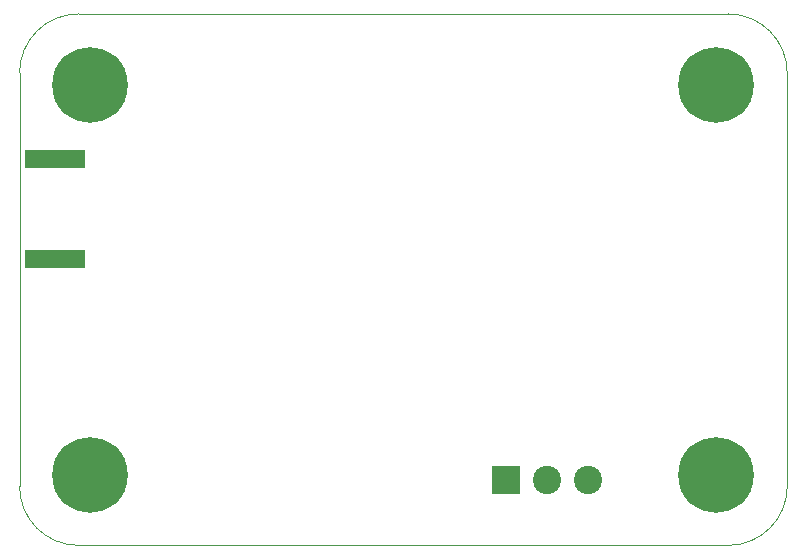
<source format=gbr>
%TF.GenerationSoftware,KiCad,Pcbnew,(5.1.8)-1*%
%TF.CreationDate,2021-02-23T22:19:55+01:00*%
%TF.ProjectId,cvco-general,6376636f-2d67-4656-9e65-72616c2e6b69,rev?*%
%TF.SameCoordinates,Original*%
%TF.FileFunction,Soldermask,Bot*%
%TF.FilePolarity,Negative*%
%FSLAX46Y46*%
G04 Gerber Fmt 4.6, Leading zero omitted, Abs format (unit mm)*
G04 Created by KiCad (PCBNEW (5.1.8)-1) date 2021-02-23 22:19:55*
%MOMM*%
%LPD*%
G01*
G04 APERTURE LIST*
%TA.AperFunction,Profile*%
%ADD10C,0.050000*%
%TD*%
%ADD11R,5.080000X1.500000*%
%ADD12C,0.800000*%
%ADD13C,6.400000*%
%ADD14R,2.400000X2.400000*%
%ADD15C,2.400000*%
G04 APERTURE END LIST*
D10*
X105000000Y-95000000D02*
G75*
G02*
X100000000Y-90000000I0J5000000D01*
G01*
X165000000Y-90000000D02*
G75*
G02*
X160000000Y-95000000I-5000000J0D01*
G01*
X160000000Y-50000000D02*
G75*
G02*
X165000000Y-55000000I0J-5000000D01*
G01*
X100000000Y-55000000D02*
G75*
G02*
X105000000Y-50000000I5000000J0D01*
G01*
X100000000Y-90000000D02*
X100000000Y-55000000D01*
X160000000Y-95000000D02*
X105000000Y-95000000D01*
X165000000Y-55000000D02*
X165000000Y-90000000D01*
X105000000Y-50000000D02*
X160000000Y-50000000D01*
D11*
%TO.C,J1*%
X103000000Y-70750000D03*
X103000000Y-62250000D03*
%TD*%
D12*
%TO.C,H1*%
X107697056Y-54302944D03*
X106000000Y-53600000D03*
X104302944Y-54302944D03*
X103600000Y-56000000D03*
X104302944Y-57697056D03*
X106000000Y-58400000D03*
X107697056Y-57697056D03*
X108400000Y-56000000D03*
D13*
X106000000Y-56000000D03*
%TD*%
%TO.C,H2*%
X159000000Y-56000000D03*
D12*
X161400000Y-56000000D03*
X160697056Y-57697056D03*
X159000000Y-58400000D03*
X157302944Y-57697056D03*
X156600000Y-56000000D03*
X157302944Y-54302944D03*
X159000000Y-53600000D03*
X160697056Y-54302944D03*
%TD*%
%TO.C,H3*%
X107697056Y-87302944D03*
X106000000Y-86600000D03*
X104302944Y-87302944D03*
X103600000Y-89000000D03*
X104302944Y-90697056D03*
X106000000Y-91400000D03*
X107697056Y-90697056D03*
X108400000Y-89000000D03*
D13*
X106000000Y-89000000D03*
%TD*%
%TO.C,H4*%
X159000000Y-89000000D03*
D12*
X161400000Y-89000000D03*
X160697056Y-90697056D03*
X159000000Y-91400000D03*
X157302944Y-90697056D03*
X156600000Y-89000000D03*
X157302944Y-87302944D03*
X159000000Y-86600000D03*
X160697056Y-87302944D03*
%TD*%
D14*
%TO.C,J2*%
X141172374Y-89469494D03*
D15*
X144672374Y-89469494D03*
X148172374Y-89469494D03*
%TD*%
M02*

</source>
